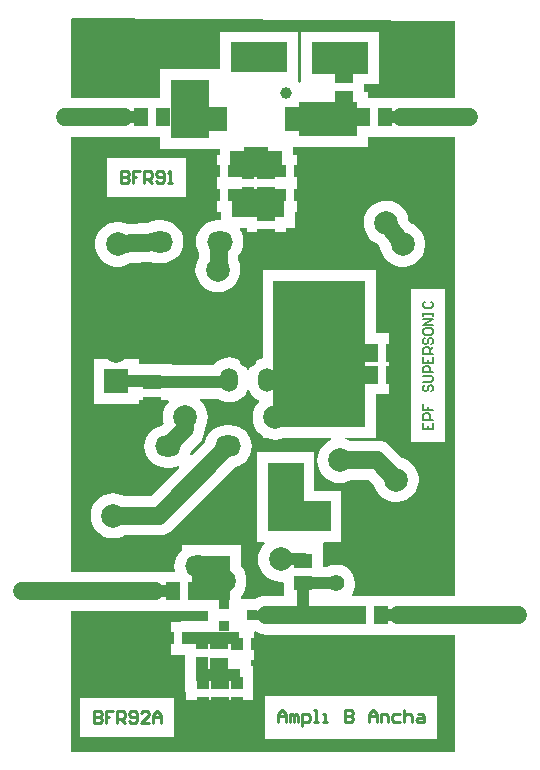
<source format=gtl>
%FSLAX43Y43*%
%MOMM*%
G71*
G01*
G75*
G04 Layer_Physical_Order=1*
G04 Layer_Color=255*
%ADD10R,1.500X1.300*%
%ADD11R,1.000X1.100*%
%ADD12R,1.100X1.000*%
%ADD13R,1.500X2.000*%
%ADD14R,2.000X1.500*%
%ADD15R,1.300X1.500*%
%ADD16R,0.950X0.900*%
%ADD17R,0.950X0.900*%
%ADD18C,1.500*%
%ADD19C,1.000*%
%ADD20C,0.800*%
%ADD21C,0.180*%
%ADD22C,0.254*%
%ADD23R,2.540X2.540*%
%ADD24R,3.048X5.842*%
%ADD25R,3.810X1.016*%
%ADD26R,4.064X1.016*%
%ADD27R,3.175X3.810*%
%ADD28R,7.747X12.446*%
%ADD29R,4.826X2.667*%
%ADD30R,4.953X2.921*%
%ADD31R,4.826X2.540*%
%ADD32R,3.302X4.953*%
%ADD33R,4.445X2.413*%
%ADD34R,4.445X2.286*%
%ADD35C,2.000*%
%ADD36O,2.200X1.800*%
%ADD37C,1.400*%
%ADD38O,1.500X2.000*%
%ADD39C,1.000*%
%ADD40R,2.000X2.000*%
%ADD41C,1.270*%
G36*
X77470Y127374D02*
X82042D01*
Y88526D01*
X77216D01*
X77135Y88518D01*
X73734D01*
X73653Y88526D01*
X73333D01*
X73275Y88639D01*
X73352Y88747D01*
X73482Y89034D01*
X73554Y89341D01*
X73564Y89656D01*
X73513Y89967D01*
X73402Y90262D01*
X73236Y90529D01*
X73020Y90759D01*
X72764Y90943D01*
X72477Y91073D01*
X72170Y91145D01*
X71855Y91155D01*
X71544Y91104D01*
X71249Y90993D01*
X71200Y90962D01*
X70825D01*
Y91100D01*
Y93000D01*
D01*
Y93000D01*
X70905Y93080D01*
X72401D01*
Y97420D01*
X70115D01*
Y100722D01*
X65267D01*
Y93080D01*
X65870D01*
X65913Y92960D01*
X65900Y92950D01*
X65663Y92661D01*
X65486Y92331D01*
X65377Y91972D01*
X65341Y91600D01*
X65377Y91228D01*
X65486Y90869D01*
X65663Y90539D01*
X65900Y90250D01*
X66189Y90013D01*
X66519Y89836D01*
X66878Y89727D01*
X67250Y89691D01*
X67431Y89709D01*
X67525Y89623D01*
Y88526D01*
X66040D01*
X65717Y88494D01*
X65406Y88400D01*
X65119Y88247D01*
X65084Y88218D01*
X63892D01*
Y88516D01*
X64044Y88701D01*
X64221Y89031D01*
X64329Y89389D01*
X64366Y89762D01*
X64329Y90134D01*
X64221Y90493D01*
X64044Y90823D01*
X63892Y91008D01*
Y92848D01*
X58917D01*
Y92368D01*
X58796Y92269D01*
X58571Y91995D01*
X58404Y91682D01*
X58301Y91343D01*
X58266Y90990D01*
X58300Y90644D01*
X58215Y90550D01*
X56723D01*
X56642Y90558D01*
X49530D01*
Y127374D01*
X53975D01*
X54056Y127382D01*
X57012D01*
Y126354D01*
X62092D01*
Y125860D01*
X61884D01*
Y123060D01*
Y121028D01*
X62219D01*
Y120300D01*
X61903D01*
X61550Y120265D01*
X61211Y120162D01*
X60898Y119995D01*
X60624Y119770D01*
X60399Y119496D01*
X60232Y119183D01*
X60129Y118844D01*
X60094Y118491D01*
X60129Y118138D01*
X60232Y117799D01*
X60380Y117522D01*
X60357Y117151D01*
X60320Y117101D01*
X60158Y116764D01*
X60065Y116401D01*
X60045Y116028D01*
X60098Y115657D01*
X60222Y115304D01*
X60412Y114982D01*
X60662Y114703D01*
X60962Y114479D01*
X61299Y114317D01*
X61662Y114224D01*
X62035Y114204D01*
X62406Y114257D01*
X62759Y114381D01*
X63081Y114571D01*
X63360Y114821D01*
X63584Y115121D01*
X63746Y115458D01*
X63839Y115821D01*
X63859Y116194D01*
X63806Y116565D01*
X63682Y116918D01*
X63666Y116945D01*
X63692Y117346D01*
X63807Y117486D01*
X63974Y117799D01*
X64077Y118138D01*
X64112Y118491D01*
X64077Y118844D01*
X63974Y119183D01*
X63807Y119496D01*
X63797Y119508D01*
X63851Y119623D01*
X64390D01*
Y119288D01*
X67690D01*
Y119623D01*
X68464D01*
Y121028D01*
X68672D01*
Y123060D01*
Y125860D01*
X68337D01*
Y126481D01*
X74687D01*
Y127382D01*
X77389D01*
X77470Y127374D01*
D02*
G37*
G36*
X58917Y87238D02*
X61077D01*
Y86371D01*
X58790D01*
Y86325D01*
X57975D01*
Y83525D01*
X59200D01*
Y83196D01*
X59171D01*
Y80380D01*
X59250D01*
Y79650D01*
X62050D01*
Y79664D01*
X63753D01*
Y79675D01*
X64950D01*
Y82575D01*
X64781D01*
Y83050D01*
X64975D01*
Y85459D01*
X65090Y85513D01*
X65119Y85489D01*
X65406Y85336D01*
X65717Y85242D01*
X66040Y85210D01*
X73653D01*
X73734Y85218D01*
X77135D01*
X77216Y85210D01*
X82042D01*
Y75311D01*
X49530D01*
Y87242D01*
X56642D01*
X56723Y87250D01*
X58917D01*
Y87238D01*
D02*
G37*
G36*
X82042Y137160D02*
Y130690D01*
X77470D01*
X77389Y130682D01*
X74687D01*
Y131202D01*
X74294D01*
Y131815D01*
X75576D01*
Y136282D01*
X68950D01*
Y132006D01*
X68830Y131966D01*
X68718Y132110D01*
X68718Y132111D01*
Y136282D01*
X62092D01*
Y133107D01*
X57012D01*
Y130682D01*
X54056D01*
X53975Y130690D01*
X49530D01*
Y137324D01*
X49620Y137413D01*
X82042Y137160D01*
D02*
G37*
%LPC*%
G36*
X81217Y114493D02*
X78257D01*
Y101536D01*
X81217D01*
Y114493D01*
D02*
G37*
G36*
X58254Y79878D02*
X50281D01*
Y76570D01*
X58254D01*
Y79878D01*
D02*
G37*
G36*
X80539Y80005D02*
X65902D01*
Y76364D01*
X80539D01*
Y80005D01*
D02*
G37*
G36*
X57223Y120300D02*
X56823D01*
X56470Y120265D01*
X56131Y120162D01*
X55994Y120089D01*
X54298Y119985D01*
X54043Y120094D01*
X53677Y120171D01*
X53303Y120175D01*
X52935Y120106D01*
X52588Y119966D01*
X52274Y119762D01*
X52007Y119500D01*
X51796Y119191D01*
X51649Y118847D01*
X51572Y118481D01*
X51567Y118107D01*
X51636Y117739D01*
X51776Y117391D01*
X51980Y117078D01*
X52242Y116810D01*
X52551Y116599D01*
X52895Y116452D01*
X53262Y116375D01*
X53636Y116371D01*
X54004Y116440D01*
X54351Y116580D01*
X54497Y116675D01*
X56254Y116783D01*
X56470Y116717D01*
X56823Y116682D01*
X57223D01*
X57576Y116717D01*
X57915Y116820D01*
X58228Y116987D01*
X58502Y117212D01*
X58727Y117486D01*
X58894Y117799D01*
X58997Y118138D01*
X59032Y118491D01*
X58997Y118844D01*
X58894Y119183D01*
X58727Y119496D01*
X58502Y119770D01*
X58228Y119995D01*
X57915Y120162D01*
X57576Y120265D01*
X57223Y120300D01*
D02*
G37*
G36*
X59207Y125598D02*
X52567D01*
Y122290D01*
X59207D01*
Y125598D01*
D02*
G37*
G36*
X75322Y116089D02*
X65775D01*
Y108659D01*
X65482Y108570D01*
X65195Y108417D01*
X64944Y108210D01*
X64737Y107959D01*
X64584Y107672D01*
X64579Y107657D01*
X64452D01*
X64448Y107672D01*
X64295Y107959D01*
X64088Y108210D01*
X63837Y108417D01*
X63550Y108570D01*
X63239Y108664D01*
X62916Y108696D01*
X62593Y108664D01*
X62282Y108570D01*
X61995Y108417D01*
X61744Y108210D01*
X61592Y108026D01*
X58038D01*
Y108164D01*
X55240D01*
Y108580D01*
X51440D01*
Y104780D01*
X55240D01*
Y105064D01*
X57751D01*
X57805Y104949D01*
X57595Y104693D01*
X57418Y104363D01*
X57309Y104004D01*
X57273Y103632D01*
X57309Y103260D01*
X57354Y103114D01*
X57156Y102916D01*
X56843Y102821D01*
X56530Y102654D01*
X56256Y102429D01*
X56031Y102155D01*
X55864Y101842D01*
X55761Y101503D01*
X55726Y101150D01*
X55761Y100797D01*
X55864Y100458D01*
X56031Y100145D01*
X56256Y99871D01*
X56530Y99646D01*
X56843Y99479D01*
X57182Y99376D01*
X57535Y99341D01*
X57935D01*
X58288Y99376D01*
X58624Y99478D01*
X58657Y99423D01*
X58687Y99367D01*
X56268Y96948D01*
X54004D01*
X53806Y97054D01*
X53447Y97163D01*
X53075Y97199D01*
X52703Y97163D01*
X52344Y97054D01*
X52014Y96877D01*
X51725Y96640D01*
X51488Y96351D01*
X51311Y96021D01*
X51202Y95662D01*
X51166Y95290D01*
X51202Y94918D01*
X51311Y94559D01*
X51488Y94229D01*
X51725Y93940D01*
X52014Y93703D01*
X52344Y93526D01*
X52703Y93417D01*
X53075Y93381D01*
X53447Y93417D01*
X53806Y93526D01*
X54004Y93632D01*
X56955D01*
X57278Y93664D01*
X57589Y93758D01*
X57876Y93911D01*
X58127Y94118D01*
X63394Y99384D01*
X63707Y99479D01*
X64020Y99646D01*
X64294Y99871D01*
X64519Y100145D01*
X64686Y100458D01*
X64789Y100797D01*
X64824Y101150D01*
X64789Y101503D01*
X64686Y101842D01*
X64519Y102155D01*
X64294Y102429D01*
X64020Y102654D01*
X63707Y102821D01*
X63368Y102924D01*
X63015Y102959D01*
X62615D01*
X62262Y102924D01*
X61923Y102821D01*
X61610Y102654D01*
X61336Y102429D01*
X61111Y102155D01*
X60944Y101842D01*
X60849Y101529D01*
X59718Y100398D01*
X59662Y100428D01*
X59607Y100461D01*
X59701Y100771D01*
X60354Y101425D01*
X60561Y101676D01*
X60714Y101963D01*
X60808Y102274D01*
X60840Y102597D01*
Y102703D01*
X60946Y102901D01*
X61055Y103260D01*
X61091Y103632D01*
X61055Y104004D01*
X60946Y104363D01*
X60769Y104693D01*
X60532Y104982D01*
X60410Y105082D01*
X60453Y105202D01*
X61943D01*
X61995Y105159D01*
X62282Y105006D01*
X62593Y104912D01*
X62916Y104880D01*
X63239Y104912D01*
X63550Y105006D01*
X63837Y105159D01*
X64088Y105366D01*
X64295Y105617D01*
X64448Y105904D01*
X64452Y105919D01*
X64579D01*
X64584Y105904D01*
X64737Y105617D01*
X64944Y105366D01*
X65195Y105159D01*
X65387Y105057D01*
X65411Y104932D01*
X65215Y104693D01*
X65038Y104363D01*
X64929Y104004D01*
X64893Y103632D01*
X64929Y103260D01*
X65038Y102901D01*
X65215Y102571D01*
X65452Y102282D01*
X65741Y102045D01*
X65775Y102027D01*
Y101843D01*
X66154D01*
X66430Y101759D01*
X66802Y101723D01*
X67174Y101759D01*
X67450Y101843D01*
X71497D01*
X71527Y101720D01*
X71214Y101552D01*
X70925Y101315D01*
X70688Y101026D01*
X70511Y100696D01*
X70402Y100337D01*
X70366Y99965D01*
X70402Y99593D01*
X70511Y99234D01*
X70688Y98904D01*
X70925Y98615D01*
X71214Y98378D01*
X71544Y98201D01*
X71903Y98092D01*
X72275Y98056D01*
X72647Y98092D01*
X73006Y98201D01*
X73204Y98307D01*
X74738D01*
X75200Y97845D01*
X75328Y97505D01*
X75525Y97187D01*
X75781Y96914D01*
X76085Y96696D01*
X76426Y96541D01*
X76791Y96456D01*
X77165Y96444D01*
X77534Y96505D01*
X77884Y96637D01*
X78202Y96834D01*
X78475Y97090D01*
X78693Y97394D01*
X78848Y97735D01*
X78933Y98100D01*
X78945Y98474D01*
X78884Y98843D01*
X78752Y99193D01*
X78555Y99511D01*
X78299Y99784D01*
X77995Y100002D01*
X77654Y100157D01*
X77554Y100180D01*
X76597Y101137D01*
X76346Y101344D01*
X76059Y101497D01*
X75748Y101591D01*
X75424Y101623D01*
X73204D01*
X73006Y101729D01*
X72647Y101838D01*
Y101838D01*
X72648Y101843D01*
X75322D01*
Y105575D01*
X76450D01*
Y107425D01*
Y110725D01*
X75322D01*
Y116089D01*
D02*
G37*
G36*
X76325Y121966D02*
X75951Y121953D01*
X75586Y121868D01*
X75245Y121714D01*
X74941Y121496D01*
X74685Y121223D01*
X74488Y120905D01*
X74356Y120555D01*
X74295Y120185D01*
X74307Y119811D01*
X74392Y119447D01*
X74547Y119106D01*
X74765Y118802D01*
X75038Y118546D01*
X75356Y118348D01*
X75465Y118307D01*
X75713Y117990D01*
X75774Y117699D01*
X75921Y117355D01*
X76132Y117046D01*
X76400Y116784D01*
X76713Y116579D01*
X77060Y116440D01*
X77428Y116371D01*
X77802Y116375D01*
X78169Y116452D01*
X78513Y116599D01*
X78822Y116810D01*
X79084Y117078D01*
X79288Y117391D01*
X79427Y117739D01*
X79496Y118107D01*
X79492Y118481D01*
X79415Y118847D01*
X79268Y119191D01*
X79057Y119500D01*
X78790Y119762D01*
X78476Y119966D01*
X78331Y120025D01*
X78086Y120338D01*
X78008Y120674D01*
X77853Y121015D01*
X77635Y121319D01*
X77362Y121575D01*
X77044Y121773D01*
X76694Y121905D01*
X76325Y121966D01*
D02*
G37*
%LPD*%
D10*
X69175Y89550D02*
D03*
Y91450D02*
D03*
X56388Y104714D02*
D03*
X72644Y130622D02*
D03*
Y132522D02*
D03*
X66040Y124394D02*
D03*
Y122494D02*
D03*
Y120838D02*
D03*
Y118938D02*
D03*
X62050Y84575D02*
D03*
Y82675D02*
D03*
X62103Y81214D02*
D03*
Y79314D02*
D03*
X56388Y106614D02*
D03*
D11*
X63550Y79425D02*
D03*
Y81125D02*
D03*
X64516Y122594D02*
D03*
Y124294D02*
D03*
X60600Y82800D02*
D03*
Y84500D02*
D03*
X60650Y79400D02*
D03*
Y81100D02*
D03*
D12*
X61634Y122428D02*
D03*
X63334D02*
D03*
X68922Y124460D02*
D03*
X67222D02*
D03*
X61634D02*
D03*
X63334D02*
D03*
X68922Y122428D02*
D03*
X67222D02*
D03*
X57725Y84925D02*
D03*
X59425D02*
D03*
X65225Y84450D02*
D03*
X63525D02*
D03*
D13*
X61951Y128905D02*
D03*
X68351D02*
D03*
D14*
X65151Y125705D02*
D03*
D15*
X76800Y109075D02*
D03*
Y107225D02*
D03*
X76134Y129032D02*
D03*
X74234D02*
D03*
X57338D02*
D03*
X55438D02*
D03*
X75753Y86868D02*
D03*
X73853D02*
D03*
X60005Y88900D02*
D03*
X58105D02*
D03*
X74900Y109075D02*
D03*
Y107225D02*
D03*
D16*
X62452Y87818D02*
D03*
X64802Y86868D02*
D03*
D17*
X62452Y85918D02*
D03*
D18*
X75424Y99965D02*
X77040Y98349D01*
X72275Y99965D02*
X75424D01*
X77216Y86868D02*
X87376D01*
X45339Y88900D02*
X56642D01*
X77470Y129032D02*
X83185D01*
X49022D02*
X53975D01*
X53075Y95290D02*
X56955D01*
X62815Y101150D01*
X57735D02*
X59182Y102597D01*
Y103632D01*
X66040Y86868D02*
X73653D01*
X53469Y118273D02*
X57023Y118491D01*
X61952Y116111D02*
X62103Y118491D01*
X69112Y113505D02*
X71757Y113375D01*
X76200Y120061D02*
X77595Y118273D01*
D19*
X75753Y86868D02*
X77216D01*
X56261Y88900D02*
X58105D01*
X57675Y84975D02*
X57725Y84925D01*
X76134Y129032D02*
X77470D01*
X53975D02*
X55438D01*
X69175Y89550D02*
X71959D01*
X69175Y86908D02*
Y89550D01*
X67250Y91600D02*
X69200D01*
X62742Y106614D02*
X62916Y106788D01*
X56388Y106614D02*
X62742D01*
X53340Y106680D02*
X56322D01*
D20*
X64802Y86868D02*
X66040D01*
D21*
X79337Y103149D02*
Y102616D01*
X80137D01*
Y103149D01*
X79737Y102616D02*
Y102883D01*
X80137Y103416D02*
X79337D01*
Y103816D01*
X79471Y103949D01*
X79737D01*
X79870Y103816D01*
Y103416D01*
X79337Y104749D02*
Y104215D01*
X79737D01*
Y104482D01*
Y104215D01*
X80137D01*
X79471Y106348D02*
X79337Y106215D01*
Y105948D01*
X79471Y105815D01*
X79604D01*
X79737Y105948D01*
Y106215D01*
X79870Y106348D01*
X80004D01*
X80137Y106215D01*
Y105948D01*
X80004Y105815D01*
X79337Y106615D02*
X80004D01*
X80137Y106748D01*
Y107015D01*
X80004Y107148D01*
X79337D01*
X80137Y107414D02*
X79337D01*
Y107814D01*
X79471Y107948D01*
X79737D01*
X79870Y107814D01*
Y107414D01*
X79337Y108747D02*
Y108214D01*
X80137D01*
Y108747D01*
X79737Y108214D02*
Y108481D01*
X80137Y109014D02*
X79337D01*
Y109414D01*
X79471Y109547D01*
X79737D01*
X79870Y109414D01*
Y109014D01*
Y109281D02*
X80137Y109547D01*
X79471Y110347D02*
X79337Y110214D01*
Y109947D01*
X79471Y109814D01*
X79604D01*
X79737Y109947D01*
Y110214D01*
X79870Y110347D01*
X80004D01*
X80137Y110214D01*
Y109947D01*
X80004Y109814D01*
X79337Y111013D02*
Y110747D01*
X79471Y110613D01*
X80004D01*
X80137Y110747D01*
Y111013D01*
X80004Y111147D01*
X79471D01*
X79337Y111013D01*
X80137Y111413D02*
X79337D01*
X80137Y111946D01*
X79337D01*
Y112213D02*
Y112479D01*
Y112346D01*
X80137D01*
Y112213D01*
Y112479D01*
X79471Y113413D02*
X79337Y113279D01*
Y113013D01*
X79471Y112879D01*
X80004D01*
X80137Y113013D01*
Y113279D01*
X80004Y113413D01*
D22*
X67056Y77851D02*
Y78517D01*
X67389Y78851D01*
X67722Y78517D01*
Y77851D01*
Y78351D01*
X67056D01*
X68056Y77851D02*
Y78517D01*
X68222D01*
X68389Y78351D01*
Y77851D01*
Y78351D01*
X68556Y78517D01*
X68722Y78351D01*
Y77851D01*
X69055Y77518D02*
Y78517D01*
X69555D01*
X69722Y78351D01*
Y78018D01*
X69555Y77851D01*
X69055D01*
X70055D02*
X70388D01*
X70222D01*
Y78851D01*
X70055D01*
X70888Y77851D02*
X71221D01*
X71055D01*
Y78517D01*
X70888D01*
X72721Y78851D02*
Y77851D01*
X73221D01*
X73387Y78018D01*
Y78184D01*
X73221Y78351D01*
X72721D01*
X73221D01*
X73387Y78517D01*
Y78684D01*
X73221Y78851D01*
X72721D01*
X74720Y77851D02*
Y78517D01*
X75053Y78851D01*
X75387Y78517D01*
Y77851D01*
Y78351D01*
X74720D01*
X75720Y77851D02*
Y78517D01*
X76220D01*
X76386Y78351D01*
Y77851D01*
X77386Y78517D02*
X76886D01*
X76720Y78351D01*
Y78018D01*
X76886Y77851D01*
X77386D01*
X77719Y78851D02*
Y77851D01*
Y78351D01*
X77886Y78517D01*
X78219D01*
X78386Y78351D01*
Y77851D01*
X78886Y78517D02*
X79219D01*
X79385Y78351D01*
Y77851D01*
X78886D01*
X78719Y78018D01*
X78886Y78184D01*
X79385D01*
X51435Y78724D02*
Y77724D01*
X51935D01*
X52101Y77891D01*
Y78057D01*
X51935Y78224D01*
X51435D01*
X51935D01*
X52101Y78390D01*
Y78557D01*
X51935Y78724D01*
X51435D01*
X53101D02*
X52435D01*
Y78224D01*
X52768D01*
X52435D01*
Y77724D01*
X53434D02*
Y78724D01*
X53934D01*
X54101Y78557D01*
Y78224D01*
X53934Y78057D01*
X53434D01*
X53768D02*
X54101Y77724D01*
X54434Y77891D02*
X54601Y77724D01*
X54934D01*
X55100Y77891D01*
Y78557D01*
X54934Y78724D01*
X54601D01*
X54434Y78557D01*
Y78390D01*
X54601Y78224D01*
X55100D01*
X56100Y77724D02*
X55434D01*
X56100Y78390D01*
Y78557D01*
X55934Y78724D01*
X55600D01*
X55434Y78557D01*
X56433Y77724D02*
Y78390D01*
X56767Y78724D01*
X57100Y78390D01*
Y77724D01*
Y78224D01*
X56433D01*
X53721Y124444D02*
Y123444D01*
X54221D01*
X54387Y123611D01*
Y123777D01*
X54221Y123944D01*
X53721D01*
X54221D01*
X54387Y124110D01*
Y124277D01*
X54221Y124444D01*
X53721D01*
X55387D02*
X54721D01*
Y123944D01*
X55054D01*
X54721D01*
Y123444D01*
X55720D02*
Y124444D01*
X56220D01*
X56387Y124277D01*
Y123944D01*
X56220Y123777D01*
X55720D01*
X56054D02*
X56387Y123444D01*
X56720Y123611D02*
X56887Y123444D01*
X57220D01*
X57386Y123611D01*
Y124277D01*
X57220Y124444D01*
X56887D01*
X56720Y124277D01*
Y124110D01*
X56887Y123944D01*
X57386D01*
X57720Y123444D02*
X58053D01*
X57886D01*
Y124444D01*
X57720Y124277D01*
D23*
X70231Y95250D02*
D03*
D24*
X67691Y96901D02*
D03*
D25*
X61976Y81788D02*
D03*
D26*
X61722Y84963D02*
D03*
D27*
X61404Y90043D02*
D03*
D28*
X70549Y108966D02*
D03*
D29*
X72263Y134048D02*
D03*
D30*
X71311Y128842D02*
D03*
D31*
X65405Y134112D02*
D03*
D32*
X59563Y129730D02*
D03*
D33*
X65341Y121729D02*
D03*
D34*
X65215Y125095D02*
D03*
D35*
X66802Y103632D02*
D03*
X59182D02*
D03*
X77040Y98349D02*
D03*
X67250Y98600D02*
D03*
X67250Y91600D02*
D03*
X70250Y95000D02*
D03*
X72275Y99965D02*
D03*
X67845Y95150D02*
D03*
X62457Y89762D02*
D03*
X53075Y95290D02*
D03*
Y102910D02*
D03*
X53340Y109220D02*
D03*
X64120Y134112D02*
D03*
X71120Y134112D02*
D03*
X66445Y134198D02*
D03*
X59539Y130978D02*
D03*
X77595Y118273D02*
D03*
X71757Y113375D02*
D03*
X71120Y128859D02*
D03*
X76200Y120061D02*
D03*
X53469Y118273D02*
D03*
X59307Y113375D02*
D03*
X69112Y113505D02*
D03*
X61952Y116111D02*
D03*
D36*
X57735Y101150D02*
D03*
X62815D02*
D03*
X60275Y90990D02*
D03*
X62103Y118491D02*
D03*
X57023D02*
D03*
X59563Y128651D02*
D03*
D37*
X71960Y89551D02*
D03*
X72275Y107585D02*
D03*
D38*
X62916Y106788D02*
D03*
X64516Y108788D02*
D03*
X66116Y106788D02*
D03*
D39*
X67720Y131112D02*
D03*
D40*
X53340Y106680D02*
D03*
D41*
X55626Y84963D02*
D03*
X55499Y92075D02*
D03*
X75311Y83439D02*
D03*
X75438Y90551D02*
D03*
X52578Y134747D02*
D03*
M02*

</source>
